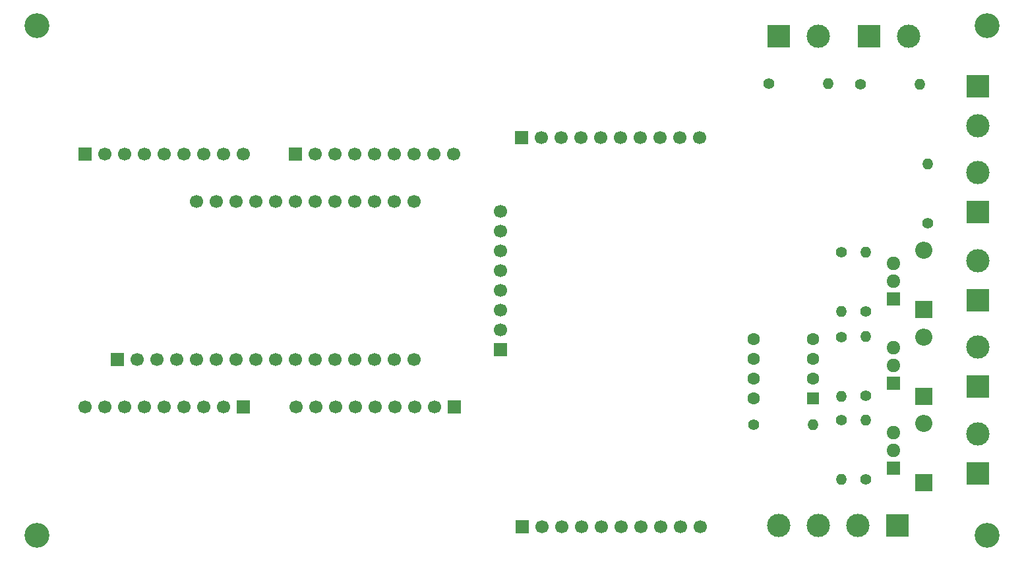
<source format=gbr>
G04 #@! TF.GenerationSoftware,KiCad,Pcbnew,(6.0.0)*
G04 #@! TF.CreationDate,2022-12-30T16:33:39+01:00*
G04 #@! TF.ProjectId,Test Stand PCB,54657374-2053-4746-916e-64205043422e,rev?*
G04 #@! TF.SameCoordinates,Original*
G04 #@! TF.FileFunction,Soldermask,Bot*
G04 #@! TF.FilePolarity,Negative*
%FSLAX46Y46*%
G04 Gerber Fmt 4.6, Leading zero omitted, Abs format (unit mm)*
G04 Created by KiCad (PCBNEW (6.0.0)) date 2022-12-30 16:33:39*
%MOMM*%
%LPD*%
G01*
G04 APERTURE LIST*
%ADD10C,3.200000*%
%ADD11C,1.700000*%
%ADD12R,1.700000X1.700000*%
%ADD13O,1.400000X1.400000*%
%ADD14C,1.400000*%
%ADD15C,3.000000*%
%ADD16R,3.000000X3.000000*%
%ADD17C,1.600000*%
%ADD18R,1.600000X1.600000*%
%ADD19O,1.800000X1.717500*%
%ADD20R,1.800000X1.717500*%
%ADD21O,2.200000X2.200000*%
%ADD22R,2.200000X2.200000*%
G04 APERTURE END LIST*
D10*
X168695000Y-41235000D03*
X168695000Y-106735000D03*
X46645000Y-106735000D03*
X46645000Y-41235000D03*
D11*
X131765000Y-55599000D03*
X129225000Y-55599000D03*
X126685000Y-55599000D03*
X124145000Y-55599000D03*
X121605000Y-55599000D03*
X119065000Y-55599000D03*
X116525000Y-55599000D03*
X113985000Y-55599000D03*
X111445000Y-55599000D03*
D12*
X108905000Y-55599000D03*
D13*
X160015000Y-48735000D03*
D14*
X152395000Y-48735000D03*
D13*
X148265000Y-48645000D03*
D14*
X140645000Y-48645000D03*
D15*
X158565000Y-42545000D03*
D16*
X153485000Y-42545000D03*
D15*
X147015000Y-42545000D03*
D16*
X141935000Y-42545000D03*
D11*
X106149000Y-65110000D03*
X106149000Y-67650000D03*
X106149000Y-70190000D03*
X106149000Y-72730000D03*
X106149000Y-75270000D03*
X106149000Y-77810000D03*
X106149000Y-80350000D03*
D12*
X106149000Y-82890000D03*
D17*
X138650000Y-89136000D03*
X138650000Y-86596000D03*
X138650000Y-84056000D03*
X138650000Y-81516000D03*
X146270000Y-81516000D03*
X146270000Y-84056000D03*
X146270000Y-86596000D03*
D18*
X146270000Y-89136000D03*
D11*
X79905000Y-90250000D03*
X82445000Y-90250000D03*
X84985000Y-90250000D03*
X87525000Y-90250000D03*
X90065000Y-90250000D03*
X92605000Y-90250000D03*
X95145000Y-90250000D03*
X97685000Y-90250000D03*
D12*
X100225000Y-90250000D03*
D11*
X52840000Y-90245000D03*
X55380000Y-90245000D03*
X57920000Y-90245000D03*
X60460000Y-90245000D03*
X63000000Y-90245000D03*
X65540000Y-90245000D03*
X68080000Y-90245000D03*
X70620000Y-90245000D03*
D12*
X73160000Y-90245000D03*
D11*
X73160000Y-57755000D03*
X70620000Y-57755000D03*
X68080000Y-57755000D03*
X65540000Y-57755000D03*
X63000000Y-57755000D03*
X60460000Y-57755000D03*
X57920000Y-57755000D03*
X55380000Y-57755000D03*
D12*
X52840000Y-57755000D03*
D11*
X100160000Y-57755000D03*
X97620000Y-57755000D03*
X95080000Y-57755000D03*
X92540000Y-57755000D03*
X90000000Y-57755000D03*
X87460000Y-57755000D03*
X84920000Y-57755000D03*
X82380000Y-57755000D03*
D12*
X79840000Y-57755000D03*
D11*
X67110000Y-63840000D03*
X69650000Y-63840000D03*
X72190000Y-63840000D03*
X74730000Y-63840000D03*
X77270000Y-63840000D03*
X79810000Y-63840000D03*
X82350000Y-63840000D03*
X84890000Y-63840000D03*
X87430000Y-63840000D03*
X89970000Y-63840000D03*
X92510000Y-63840000D03*
X95050000Y-63840000D03*
X95050000Y-84160000D03*
X92510000Y-84160000D03*
X89970000Y-84160000D03*
X87430000Y-84160000D03*
X84890000Y-84160000D03*
X82350000Y-84160000D03*
X79810000Y-84160000D03*
X77270000Y-84160000D03*
X74730000Y-84160000D03*
X72190000Y-84160000D03*
X69650000Y-84160000D03*
X67110000Y-84160000D03*
X64570000Y-84160000D03*
X62030000Y-84160000D03*
X59490000Y-84160000D03*
D12*
X56950000Y-84160000D03*
D11*
X131865000Y-105640000D03*
X129325000Y-105640000D03*
X126785000Y-105640000D03*
X124245000Y-105640000D03*
X121705000Y-105640000D03*
X119165000Y-105640000D03*
X116625000Y-105640000D03*
X114085000Y-105640000D03*
X111545000Y-105640000D03*
D12*
X109005000Y-105640000D03*
D13*
X153070000Y-91916000D03*
D14*
X153070000Y-99536000D03*
D13*
X149970000Y-99536000D03*
D14*
X149970000Y-91916000D03*
D13*
X153070000Y-81216000D03*
D14*
X153070000Y-88836000D03*
D13*
X149970000Y-88856000D03*
D14*
X149970000Y-81236000D03*
D19*
X156670000Y-93556000D03*
X156670000Y-95846000D03*
D20*
X156670000Y-98136000D03*
D19*
X156670000Y-82646000D03*
X156670000Y-84936000D03*
D20*
X156670000Y-87226000D03*
D15*
X167475000Y-93740000D03*
D16*
X167475000Y-98820000D03*
D15*
X167475000Y-82540000D03*
D16*
X167475000Y-87620000D03*
D21*
X160570000Y-92336000D03*
D22*
X160570000Y-99956000D03*
D21*
X160570000Y-81236000D03*
D22*
X160570000Y-88856000D03*
D13*
X153070000Y-70316000D03*
D14*
X153070000Y-77936000D03*
D13*
X149970000Y-77956000D03*
D14*
X149970000Y-70336000D03*
D13*
X146290000Y-92536000D03*
D14*
X138670000Y-92536000D03*
D13*
X161070000Y-59016000D03*
D14*
X161070000Y-66636000D03*
D21*
X160570000Y-70116000D03*
D22*
X160570000Y-77736000D03*
D19*
X156670000Y-71746000D03*
X156670000Y-74036000D03*
D20*
X156670000Y-76326000D03*
D15*
X167475000Y-71440000D03*
D16*
X167475000Y-76520000D03*
D15*
X167435000Y-54075000D03*
D16*
X167435000Y-48995000D03*
D15*
X141930000Y-105472000D03*
D16*
X157170000Y-105472000D03*
D15*
X147010000Y-105472000D03*
X152090000Y-105472000D03*
X167435000Y-60115000D03*
D16*
X167435000Y-65195000D03*
M02*

</source>
